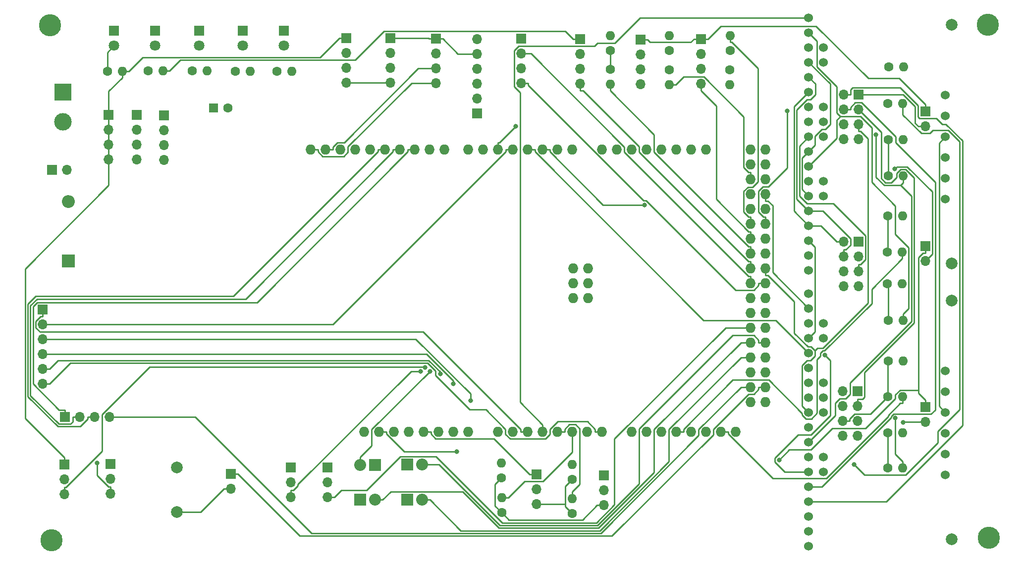
<source format=gbr>
%TF.GenerationSoftware,KiCad,Pcbnew,(5.1.9)-1*%
%TF.CreationDate,2021-04-08T21:07:20+02:00*%
%TF.ProjectId,Ardumower,41726475-6d6f-4776-9572-2e6b69636164,rev?*%
%TF.SameCoordinates,Original*%
%TF.FileFunction,Copper,L2,Bot*%
%TF.FilePolarity,Positive*%
%FSLAX46Y46*%
G04 Gerber Fmt 4.6, Leading zero omitted, Abs format (unit mm)*
G04 Created by KiCad (PCBNEW (5.1.9)-1) date 2021-04-08 21:07:20*
%MOMM*%
%LPD*%
G01*
G04 APERTURE LIST*
%TA.AperFunction,ComponentPad*%
%ADD10O,1.700000X1.700000*%
%TD*%
%TA.AperFunction,ComponentPad*%
%ADD11R,1.700000X1.700000*%
%TD*%
%TA.AperFunction,ComponentPad*%
%ADD12C,3.790000*%
%TD*%
%TA.AperFunction,ComponentPad*%
%ADD13C,2.000000*%
%TD*%
%TA.AperFunction,ComponentPad*%
%ADD14C,1.524000*%
%TD*%
%TA.AperFunction,ComponentPad*%
%ADD15O,1.600000X1.600000*%
%TD*%
%TA.AperFunction,ComponentPad*%
%ADD16C,1.600000*%
%TD*%
%TA.AperFunction,ComponentPad*%
%ADD17O,2.032000X2.032000*%
%TD*%
%TA.AperFunction,ComponentPad*%
%ADD18R,2.032000X2.032000*%
%TD*%
%TA.AperFunction,ComponentPad*%
%ADD19C,1.800000*%
%TD*%
%TA.AperFunction,ComponentPad*%
%ADD20R,1.800000X1.800000*%
%TD*%
%TA.AperFunction,ComponentPad*%
%ADD21O,1.727200X1.727200*%
%TD*%
%TA.AperFunction,ComponentPad*%
%ADD22C,3.000000*%
%TD*%
%TA.AperFunction,ComponentPad*%
%ADD23R,3.000000X3.000000*%
%TD*%
%TA.AperFunction,ComponentPad*%
%ADD24O,2.200000X2.200000*%
%TD*%
%TA.AperFunction,ComponentPad*%
%ADD25R,2.200000X2.200000*%
%TD*%
%TA.AperFunction,ComponentPad*%
%ADD26R,1.600000X1.600000*%
%TD*%
%TA.AperFunction,ViaPad*%
%ADD27C,0.800000*%
%TD*%
%TA.AperFunction,Conductor*%
%ADD28C,0.250000*%
%TD*%
G04 APERTURE END LIST*
D10*
%TO.P,J19,3*%
%TO.N,Net-(J19-Pad3)*%
X139010000Y-121270000D03*
%TO.P,J19,2*%
%TO.N,GND*%
X139010000Y-118730000D03*
D11*
%TO.P,J19,1*%
%TO.N,+5V*%
X139010000Y-116190000D03*
%TD*%
D12*
%TO.P,REF\u002A\u002A,1*%
%TO.N,N/C*%
X44350000Y-39200000D03*
%TD*%
%TO.P,REF2,2*%
%TO.N,N/C*%
X44590000Y-127280000D03*
%TD*%
%TO.P,REF3,3*%
%TO.N,N/C*%
X204760000Y-126830000D03*
%TD*%
%TO.P,REF4,4*%
%TO.N,N/C*%
X204600000Y-39120000D03*
%TD*%
D13*
%TO.P,U2,~*%
%TO.N,N/C*%
X198431500Y-86296500D03*
X198431500Y-127063500D03*
D14*
%TO.P,U2,31*%
X176524000Y-90170000D03*
%TO.P,U2,30*%
X176524000Y-92710000D03*
%TO.P,U2,29*%
X176524000Y-100330000D03*
%TO.P,U2,28*%
X176524000Y-102870000D03*
%TO.P,U2,27*%
X176524000Y-105410000D03*
%TO.P,U2,26*%
X176524000Y-113030000D03*
%TO.P,U2,25*%
X176524000Y-115570000D03*
%TO.P,U2,24*%
%TO.N,Net-(U2-Pad24)*%
X197352000Y-98298000D03*
%TO.P,U2,23*%
%TO.N,Net-(U2-Pad23)*%
X197352000Y-101854000D03*
%TO.P,U2,22*%
%TO.N,+24V*%
X197352000Y-105410000D03*
%TO.P,U2,21*%
%TO.N,GND*%
X197352000Y-108966000D03*
%TO.P,U2,20*%
%TO.N,Net-(U2-Pad20)*%
X197352000Y-112522000D03*
%TO.P,U2,19*%
%TO.N,Net-(U2-Pad19)*%
X197352000Y-116078000D03*
%TO.P,U2,18*%
%TO.N,pinMotorRightSense*%
X173984000Y-85090000D03*
%TO.P,U2,17*%
%TO.N,pinMotorRightFault*%
X173984000Y-87630000D03*
%TO.P,U2,16*%
%TO.N,GND*%
X173984000Y-90170000D03*
%TO.P,U2,15*%
%TO.N,IOREV*%
X173984000Y-92710000D03*
%TO.P,U2,14*%
%TO.N,pinMotorRightPWM*%
X173984000Y-95250000D03*
%TO.P,U2,13*%
%TO.N,pinMotorRightDir*%
X173984000Y-97790000D03*
%TO.P,U2,12*%
%TO.N,Net-(U2-Pad12)*%
X173984000Y-100330000D03*
%TO.P,U2,11*%
%TO.N,Net-(U2-Pad11)*%
X173984000Y-102870000D03*
%TO.P,U2,10*%
%TO.N,pinMotorEnable*%
X173984000Y-105410000D03*
%TO.P,U2,9*%
%TO.N,pinMotorLeftSense*%
X173984000Y-107950000D03*
%TO.P,U2,8*%
%TO.N,pinMotorLeftFault*%
X173984000Y-110490000D03*
%TO.P,U2,7*%
%TO.N,GND*%
X173984000Y-113030000D03*
%TO.P,U2,6*%
%TO.N,IOREV*%
X173984000Y-115570000D03*
%TO.P,U2,5*%
%TO.N,pinMotorLeftPWM*%
X173984000Y-118110000D03*
%TO.P,U2,4*%
%TO.N,pinMotorLeftDir*%
X173984000Y-120650000D03*
%TO.P,U2,3*%
%TO.N,IOREV*%
X173984000Y-123190000D03*
%TO.P,U2,2*%
%TO.N,GND*%
X173984000Y-125730000D03*
%TO.P,U2,1*%
%TO.N,Net-(U2-Pad1)*%
X173984000Y-128270000D03*
%TD*%
D13*
%TO.P,U1,~*%
%TO.N,N/C*%
X198431500Y-39116500D03*
X198431500Y-79883500D03*
D14*
%TO.P,U1,31*%
X176524000Y-42990000D03*
%TO.P,U1,30*%
X176524000Y-45530000D03*
%TO.P,U1,29*%
X176524000Y-53150000D03*
%TO.P,U1,28*%
X176524000Y-55690000D03*
%TO.P,U1,27*%
X176524000Y-58230000D03*
%TO.P,U1,26*%
X176524000Y-65850000D03*
%TO.P,U1,25*%
X176524000Y-68390000D03*
%TO.P,U1,24*%
%TO.N,Net-(U1-Pad24)*%
X197352000Y-51118000D03*
%TO.P,U1,23*%
%TO.N,Net-(U1-Pad23)*%
X197352000Y-54674000D03*
%TO.P,U1,22*%
%TO.N,+24V*%
X197352000Y-58230000D03*
%TO.P,U1,21*%
%TO.N,GND*%
X197352000Y-61786000D03*
%TO.P,U1,20*%
%TO.N,Net-(U1-Pad20)*%
X197352000Y-65342000D03*
%TO.P,U1,19*%
%TO.N,Net-(U1-Pad19)*%
X197352000Y-68898000D03*
%TO.P,U1,18*%
%TO.N,pinMotorMowSense*%
X173984000Y-37910000D03*
%TO.P,U1,17*%
%TO.N,pinMotorMowFault*%
X173984000Y-40450000D03*
%TO.P,U1,16*%
%TO.N,GND*%
X173984000Y-42990000D03*
%TO.P,U1,15*%
%TO.N,IOREV*%
X173984000Y-45530000D03*
%TO.P,U1,14*%
%TO.N,pinMotorMowPWM*%
X173984000Y-48070000D03*
%TO.P,U1,13*%
%TO.N,pinMotorMowDir*%
X173984000Y-50610000D03*
%TO.P,U1,12*%
%TO.N,Net-(U1-Pad12)*%
X173984000Y-53150000D03*
%TO.P,U1,11*%
%TO.N,Net-(U1-Pad11)*%
X173984000Y-55690000D03*
%TO.P,U1,10*%
%TO.N,pinMotorMowEnable*%
X173984000Y-58230000D03*
%TO.P,U1,9*%
%TO.N,IOREV*%
X173984000Y-60770000D03*
%TO.P,U1,8*%
%TO.N,pinMotorMowFault*%
X173984000Y-63310000D03*
%TO.P,U1,7*%
%TO.N,GND*%
X173984000Y-65850000D03*
%TO.P,U1,6*%
%TO.N,IOREV*%
X173984000Y-68390000D03*
%TO.P,U1,5*%
%TO.N,pinMotorMowPWM*%
X173984000Y-70930000D03*
%TO.P,U1,4*%
%TO.N,pinMotorMowDir*%
X173984000Y-73470000D03*
%TO.P,U1,3*%
%TO.N,IOREV*%
X173984000Y-76010000D03*
%TO.P,U1,2*%
%TO.N,GND*%
X173984000Y-78550000D03*
%TO.P,U1,1*%
%TO.N,Net-(U1-Pad1)*%
X173984000Y-81090000D03*
%TD*%
D15*
%TO.P,R28,2*%
%TO.N,pinMotorRightFault*%
X190080000Y-114910000D03*
D16*
%TO.P,R28,1*%
%TO.N,Net-(J28-Pad7)*%
X187540000Y-114910000D03*
%TD*%
D15*
%TO.P,R27,2*%
%TO.N,GND*%
X190080000Y-108880000D03*
D16*
%TO.P,R27,1*%
%TO.N,Net-(J28-Pad7)*%
X187540000Y-108880000D03*
%TD*%
D15*
%TO.P,R26,2*%
%TO.N,pinOdometryRight*%
X190080000Y-102690000D03*
D16*
%TO.P,R26,1*%
%TO.N,Net-(J28-Pad6)*%
X187540000Y-102690000D03*
%TD*%
D15*
%TO.P,R25,2*%
%TO.N,GND*%
X190150000Y-96580000D03*
D16*
%TO.P,R25,1*%
%TO.N,Net-(J28-Pad6)*%
X187610000Y-96580000D03*
%TD*%
D15*
%TO.P,R24,2*%
%TO.N,pinMotorMowFault*%
X190140000Y-89680000D03*
D16*
%TO.P,R24,1*%
%TO.N,Net-(J27-Pad7)*%
X187600000Y-89680000D03*
%TD*%
D15*
%TO.P,R23,2*%
%TO.N,GND*%
X189950000Y-83370000D03*
D16*
%TO.P,R23,1*%
%TO.N,Net-(J27-Pad7)*%
X187410000Y-83370000D03*
%TD*%
D15*
%TO.P,R22,2*%
%TO.N,pinMotorMowRpm*%
X189950000Y-77970000D03*
D16*
%TO.P,R22,1*%
%TO.N,Net-(J27-Pad6)*%
X187410000Y-77970000D03*
%TD*%
D15*
%TO.P,R21,2*%
%TO.N,GND*%
X190040000Y-71750000D03*
D16*
%TO.P,R21,1*%
%TO.N,Net-(J27-Pad6)*%
X187500000Y-71750000D03*
%TD*%
D15*
%TO.P,R20,2*%
%TO.N,pinMotorLeftFault*%
X190140000Y-64970000D03*
D16*
%TO.P,R20,1*%
%TO.N,Net-(J26-Pad7)*%
X187600000Y-64970000D03*
%TD*%
D15*
%TO.P,R19,2*%
%TO.N,GND*%
X190140000Y-58750000D03*
D16*
%TO.P,R19,1*%
%TO.N,Net-(J26-Pad7)*%
X187600000Y-58750000D03*
%TD*%
D15*
%TO.P,R18,2*%
%TO.N,pinOdometryLeft*%
X190050000Y-52530000D03*
D16*
%TO.P,R18,1*%
%TO.N,Net-(J26-Pad6)*%
X187510000Y-52530000D03*
%TD*%
D15*
%TO.P,R17,2*%
%TO.N,GND*%
X190230000Y-46310000D03*
D16*
%TO.P,R17,1*%
%TO.N,Net-(J26-Pad6)*%
X187690000Y-46310000D03*
%TD*%
D10*
%TO.P,JP6,2*%
%TO.N,Net-(J28-Pad1)*%
X193910000Y-107010000D03*
D11*
%TO.P,JP6,1*%
%TO.N,+5V*%
X193910000Y-104470000D03*
%TD*%
D10*
%TO.P,JP5,2*%
%TO.N,Net-(J27-Pad1)*%
X193910000Y-79470000D03*
D11*
%TO.P,JP5,1*%
%TO.N,+5V*%
X193910000Y-76930000D03*
%TD*%
D10*
%TO.P,JP4,2*%
%TO.N,Net-(J26-Pad1)*%
X193910000Y-56480000D03*
D11*
%TO.P,JP4,1*%
%TO.N,+5V*%
X193910000Y-53940000D03*
%TD*%
D10*
%TO.P,J28,8*%
%TO.N,GND*%
X179810000Y-109390000D03*
%TO.P,J28,7*%
%TO.N,Net-(J28-Pad7)*%
X182350000Y-109390000D03*
%TO.P,J28,6*%
%TO.N,Net-(J28-Pad6)*%
X179810000Y-106850000D03*
%TO.P,J28,5*%
%TO.N,pinMotorEnable*%
X182350000Y-106850000D03*
%TO.P,J28,4*%
%TO.N,pinMotorRightPWM*%
X179810000Y-104310000D03*
%TO.P,J28,3*%
%TO.N,MotorBreak*%
X182350000Y-104310000D03*
%TO.P,J28,2*%
%TO.N,pinMotorRightDir*%
X179810000Y-101770000D03*
D11*
%TO.P,J28,1*%
%TO.N,Net-(J28-Pad1)*%
X182350000Y-101770000D03*
%TD*%
D10*
%TO.P,J27,8*%
%TO.N,GND*%
X179970000Y-83840000D03*
%TO.P,J27,7*%
%TO.N,Net-(J27-Pad7)*%
X182510000Y-83840000D03*
%TO.P,J27,6*%
%TO.N,Net-(J27-Pad6)*%
X179970000Y-81300000D03*
%TO.P,J27,5*%
%TO.N,pinMotorMowEnable*%
X182510000Y-81300000D03*
%TO.P,J27,4*%
%TO.N,pinMotorMowPWM*%
X179970000Y-78760000D03*
%TO.P,J27,3*%
%TO.N,MotorMowBreak*%
X182510000Y-78760000D03*
%TO.P,J27,2*%
%TO.N,pinMotorMowDir*%
X179970000Y-76220000D03*
D11*
%TO.P,J27,1*%
%TO.N,Net-(J27-Pad1)*%
X182510000Y-76220000D03*
%TD*%
D10*
%TO.P,J26,8*%
%TO.N,GND*%
X179970000Y-58660000D03*
%TO.P,J26,7*%
%TO.N,Net-(J26-Pad7)*%
X182510000Y-58660000D03*
%TO.P,J26,6*%
%TO.N,Net-(J26-Pad6)*%
X179970000Y-56120000D03*
%TO.P,J26,5*%
%TO.N,pinMotorEnable*%
X182510000Y-56120000D03*
%TO.P,J26,4*%
%TO.N,pinMotorLeftPWM*%
X179970000Y-53580000D03*
%TO.P,J26,3*%
%TO.N,MotorBreak*%
X182510000Y-53580000D03*
%TO.P,J26,2*%
%TO.N,pinMotorLeftDir*%
X179970000Y-51040000D03*
D11*
%TO.P,J26,1*%
%TO.N,Net-(J26-Pad1)*%
X182510000Y-51040000D03*
%TD*%
D17*
%TO.P,J16,2*%
%TO.N,pinUserSwitch1*%
X99830000Y-120340000D03*
D18*
%TO.P,J16,1*%
%TO.N,GND*%
X97290000Y-120340000D03*
%TD*%
D19*
%TO.P,D4,2*%
%TO.N,Net-(D4-Pad2)*%
X69840000Y-42670000D03*
D20*
%TO.P,D4,1*%
%TO.N,GND*%
X69840000Y-40130000D03*
%TD*%
D19*
%TO.P,D2,2*%
%TO.N,Net-(D2-Pad2)*%
X55280000Y-42670000D03*
D20*
%TO.P,D2,1*%
%TO.N,GND*%
X55280000Y-40130000D03*
%TD*%
D17*
%TO.P,J18,2*%
%TO.N,pinUserSwitch3*%
X107910000Y-120310000D03*
D18*
%TO.P,J18,1*%
%TO.N,GND*%
X105370000Y-120310000D03*
%TD*%
D17*
%TO.P,J17,2*%
%TO.N,pinUserSwitch2*%
X107880000Y-114290000D03*
D18*
%TO.P,J17,1*%
%TO.N,GND*%
X105340000Y-114290000D03*
%TD*%
D10*
%TO.P,JP2,2*%
%TO.N,Net-(JP2-Pad2)*%
X75230000Y-118450000D03*
D11*
%TO.P,JP2,1*%
%TO.N,pinBuzzer*%
X75230000Y-115910000D03*
%TD*%
D10*
%TO.P,JP1,2*%
%TO.N,Net-(D1-Pad2)*%
X47250000Y-63950000D03*
D11*
%TO.P,JP1,1*%
%TO.N,Net-(J1-Pad2)*%
X44710000Y-63950000D03*
%TD*%
D10*
%TO.P,J22,4*%
%TO.N,+3V3*%
X54360000Y-62150000D03*
%TO.P,J22,3*%
X54360000Y-59610000D03*
%TO.P,J22,2*%
X54360000Y-57070000D03*
D11*
%TO.P,J22,1*%
X54360000Y-54530000D03*
%TD*%
D10*
%TO.P,J21,6*%
%TO.N,pinVoltageMeasurement*%
X43060000Y-100500000D03*
%TO.P,J21,5*%
%TO.N,pinChargeRelay*%
X43060000Y-97960000D03*
%TO.P,J21,4*%
%TO.N,pinChargeCurrent*%
X43060000Y-95420000D03*
%TO.P,J21,3*%
%TO.N,pinChargeVoltage*%
X43060000Y-92880000D03*
%TO.P,J21,2*%
%TO.N,pinBatterySwitch*%
X43060000Y-90340000D03*
D11*
%TO.P,J21,1*%
%TO.N,pinBatteryVoltage*%
X43060000Y-87800000D03*
%TD*%
D10*
%TO.P,J20,4*%
%TO.N,pinRemoteSwitch*%
X54450000Y-106170000D03*
%TO.P,J20,3*%
%TO.N,pinRemoteMow*%
X51910000Y-106170000D03*
%TO.P,J20,2*%
%TO.N,pinRemoteSteer*%
X49370000Y-106170000D03*
D11*
%TO.P,J20,1*%
%TO.N,pinRemoteSpeed*%
X46830000Y-106170000D03*
%TD*%
D17*
%TO.P,J15,2*%
%TO.N,pinButton*%
X97360000Y-114360000D03*
D18*
%TO.P,J15,1*%
%TO.N,GND*%
X99900000Y-114360000D03*
%TD*%
D10*
%TO.P,J14,6*%
%TO.N,GND*%
X117350000Y-41530000D03*
%TO.P,J14,5*%
%TO.N,+3V3*%
X117350000Y-44070000D03*
%TO.P,J14,4*%
%TO.N,SDA1*%
X117350000Y-46610000D03*
%TO.P,J14,3*%
%TO.N,SCL1*%
X117350000Y-49150000D03*
%TO.P,J14,2*%
%TO.N,Net-(J14-Pad2)*%
X117350000Y-51690000D03*
D11*
%TO.P,J14,1*%
%TO.N,Net-(J14-Pad1)*%
X117350000Y-54230000D03*
%TD*%
D10*
%TO.P,J12,4*%
%TO.N,pinSonarLeftEcho*%
X134910000Y-49180000D03*
%TO.P,J12,3*%
%TO.N,Net-(J12-Pad3)*%
X134910000Y-46640000D03*
%TO.P,J12,2*%
%TO.N,GND*%
X134910000Y-44100000D03*
D11*
%TO.P,J12,1*%
%TO.N,+5V*%
X134910000Y-41560000D03*
%TD*%
D10*
%TO.P,J11,4*%
%TO.N,pinSonarCenterEcho*%
X145220000Y-49230000D03*
%TO.P,J11,3*%
%TO.N,Net-(J11-Pad3)*%
X145220000Y-46690000D03*
%TO.P,J11,2*%
%TO.N,GND*%
X145220000Y-44150000D03*
D11*
%TO.P,J11,1*%
%TO.N,+5V*%
X145220000Y-41610000D03*
%TD*%
D10*
%TO.P,J10,4*%
%TO.N,pinSonarRightEcho*%
X155550000Y-49180000D03*
%TO.P,J10,3*%
%TO.N,Net-(J10-Pad3)*%
X155550000Y-46640000D03*
%TO.P,J10,2*%
%TO.N,GND*%
X155550000Y-44100000D03*
D11*
%TO.P,J10,1*%
%TO.N,+5V*%
X155550000Y-41560000D03*
%TD*%
D10*
%TO.P,J5,4*%
%TO.N,pinBumperLeft*%
X124840000Y-49130000D03*
%TO.P,J5,3*%
%TO.N,GND*%
X124840000Y-46590000D03*
%TO.P,J5,2*%
%TO.N,pinBumperRight*%
X124840000Y-44050000D03*
D11*
%TO.P,J5,1*%
%TO.N,GND*%
X124840000Y-41510000D03*
%TD*%
D10*
%TO.P,J4,4*%
%TO.N,SCL1*%
X110270000Y-49110000D03*
%TO.P,J4,3*%
%TO.N,SDA1*%
X110270000Y-46570000D03*
%TO.P,J4,2*%
%TO.N,GND*%
X110270000Y-44030000D03*
D11*
%TO.P,J4,1*%
%TO.N,+3V3*%
X110270000Y-41490000D03*
%TD*%
D10*
%TO.P,J3,4*%
%TO.N,SCL0*%
X102460000Y-49020000D03*
%TO.P,J3,3*%
%TO.N,SDA0*%
X102460000Y-46480000D03*
%TO.P,J3,2*%
%TO.N,GND*%
X102460000Y-43940000D03*
D11*
%TO.P,J3,1*%
%TO.N,+3V3*%
X102460000Y-41400000D03*
%TD*%
D10*
%TO.P,J2,4*%
%TO.N,SCL0*%
X94930000Y-49030000D03*
%TO.P,J2,3*%
%TO.N,SDA0*%
X94930000Y-46490000D03*
%TO.P,J2,2*%
%TO.N,GND*%
X94930000Y-43950000D03*
D11*
%TO.P,J2,1*%
%TO.N,+3V3*%
X94930000Y-41410000D03*
%TD*%
D10*
%TO.P,J23,4*%
%TO.N,GND*%
X59160000Y-62160000D03*
%TO.P,J23,3*%
X59160000Y-59620000D03*
%TO.P,J23,2*%
X59160000Y-57080000D03*
D11*
%TO.P,J23,1*%
X59160000Y-54540000D03*
%TD*%
D21*
%TO.P,XA1,MISO*%
%TO.N,Net-(XA1-PadMISO)*%
X133737000Y-80730000D03*
%TO.P,XA1,GND6*%
%TO.N,GND*%
X166630000Y-103590000D03*
%TO.P,XA1,GND5*%
X164090000Y-103590000D03*
%TO.P,XA1,D53*%
%TO.N,pinBuzzer*%
X166630000Y-101050000D03*
%TO.P,XA1,D52*%
%TO.N,pinRemoteSwitch*%
X164090000Y-101050000D03*
%TO.P,XA1,D51*%
%TO.N,pinButton*%
X166630000Y-98510000D03*
%TO.P,XA1,D50*%
%TO.N,pinChargeRelay*%
X164090000Y-98510000D03*
%TO.P,XA1,D49*%
%TO.N,Net-(XA1-PadD49)*%
X166630000Y-95970000D03*
%TO.P,XA1,D48*%
%TO.N,pinUserSwitch3*%
X164090000Y-95970000D03*
%TO.P,XA1,D47*%
%TO.N,pinUserSwitch2*%
X166630000Y-93430000D03*
%TO.P,XA1,D46*%
%TO.N,pinUserSwitch1*%
X164090000Y-93430000D03*
%TO.P,XA1,D45*%
%TO.N,pinDropLeft*%
X166630000Y-90890000D03*
%TO.P,XA1,D44*%
%TO.N,pinRain*%
X164090000Y-90890000D03*
%TO.P,XA1,D43*%
%TO.N,pinLawnBackSend*%
X166630000Y-88350000D03*
%TO.P,XA1,D42*%
%TO.N,pinLawnBackRecv*%
X164090000Y-88350000D03*
%TO.P,XA1,D41*%
%TO.N,pinLawnFrontSend*%
X166630000Y-85810000D03*
%TO.P,XA1,D40*%
%TO.N,pinLawnFrontRecv*%
X164090000Y-85810000D03*
%TO.P,XA1,D39*%
%TO.N,pinBumperLeft*%
X166630000Y-83270000D03*
%TO.P,XA1,D38*%
%TO.N,pinBumperRight*%
X164090000Y-83270000D03*
%TO.P,XA1,D37*%
%TO.N,pinMotorEnable*%
X166630000Y-80730000D03*
%TO.P,XA1,D36*%
%TO.N,pinSonarLeftEcho*%
X164090000Y-80730000D03*
%TO.P,XA1,D35*%
%TO.N,pinTilt*%
X166630000Y-78190000D03*
%TO.P,XA1,D34*%
%TO.N,pinSonarLeftTrigger*%
X164090000Y-78190000D03*
%TO.P,XA1,D33*%
%TO.N,pinMotorRightDir*%
X166630000Y-75650000D03*
%TO.P,XA1,D32*%
%TO.N,pinSonarRightEcho*%
X164090000Y-75650000D03*
%TO.P,XA1,D31*%
%TO.N,pinMotorLeftDir*%
X166630000Y-73110000D03*
%TO.P,XA1,D30*%
%TO.N,pinSonarRightTrigger*%
X164090000Y-73110000D03*
%TO.P,XA1,D29*%
%TO.N,pinMotorMowDir*%
X166630000Y-70570000D03*
%TO.P,XA1,D28*%
%TO.N,pinMotorMowEnable*%
X164090000Y-70570000D03*
%TO.P,XA1,D27*%
%TO.N,pinMotorRightFault*%
X166630000Y-68030000D03*
%TO.P,XA1,D26*%
%TO.N,pinMotorMowFault*%
X164090000Y-68030000D03*
%TO.P,XA1,D25*%
%TO.N,pinMotorLeftFault*%
X166630000Y-65490000D03*
%TO.P,XA1,D24*%
%TO.N,pinSonarCenterTrigger*%
X164090000Y-65490000D03*
%TO.P,XA1,D23*%
%TO.N,pinDropRight*%
X166630000Y-62950000D03*
%TO.P,XA1,D22*%
%TO.N,pinSonarCenterEcho*%
X164090000Y-62950000D03*
%TO.P,XA1,5V4*%
%TO.N,Net-(XA1-Pad5V4)*%
X166630000Y-60410000D03*
%TO.P,XA1,5V3*%
%TO.N,Net-(XA1-Pad5V3)*%
X164090000Y-60410000D03*
%TO.P,XA1,CANT*%
%TO.N,pinOdometryRight2*%
X161550000Y-108670000D03*
%TO.P,XA1,CANR*%
%TO.N,pinOdometryRight*%
X159010000Y-108670000D03*
%TO.P,XA1,DAC1*%
%TO.N,pinOdometryLeft2*%
X156470000Y-108670000D03*
%TO.P,XA1,DAC0*%
%TO.N,pinOdometryLeft*%
X153930000Y-108670000D03*
%TO.P,XA1,A11*%
%TO.N,pinMotorMowRpm*%
X151390000Y-108670000D03*
%TO.P,XA1,A10*%
%TO.N,Net-(XA1-PadA10)*%
X148850000Y-108670000D03*
%TO.P,XA1,A9*%
%TO.N,pinChargeVoltage*%
X146310000Y-108670000D03*
%TO.P,XA1,A8*%
%TO.N,pinChargeCurrent*%
X143770000Y-108670000D03*
%TO.P,XA1,A7*%
%TO.N,pinVoltageMeasurement*%
X138690000Y-108670000D03*
%TO.P,XA1,A6*%
%TO.N,pinPerimeterCenter*%
X136150000Y-108670000D03*
%TO.P,XA1,A5*%
%TO.N,pinPerimeterLeft*%
X133610000Y-108670000D03*
%TO.P,XA1,A4*%
%TO.N,pinPerimeterRight*%
X131070000Y-108670000D03*
%TO.P,XA1,A3*%
%TO.N,pinMotorMowSense*%
X128530000Y-108670000D03*
%TO.P,XA1,A2*%
%TO.N,pinBatteryVoltage*%
X125990000Y-108670000D03*
%TO.P,XA1,A1*%
%TO.N,pinMotorLeftSense*%
X123450000Y-108670000D03*
%TO.P,XA1,*%
%TO.N,*%
X98050000Y-108670000D03*
%TO.P,XA1,D11*%
%TO.N,pinRemoteSteer*%
X104146000Y-60410000D03*
%TO.P,XA1,D12*%
%TO.N,pinRemoteMow*%
X101606000Y-60410000D03*
%TO.P,XA1,D13*%
%TO.N,pinLED*%
X99066000Y-60410000D03*
%TO.P,XA1,AREF*%
%TO.N,Net-(C1-Pad2)*%
X93986000Y-60410000D03*
%TO.P,XA1,SDA1*%
%TO.N,SDA1*%
X91446000Y-60410000D03*
%TO.P,XA1,SCL1*%
%TO.N,SCL1*%
X88906000Y-60410000D03*
%TO.P,XA1,D10*%
%TO.N,pinRemoteSpeed*%
X106686000Y-60410000D03*
%TO.P,XA1,D9*%
%TO.N,Net-(XA1-PadD9)*%
X109226000Y-60410000D03*
%TO.P,XA1,D8*%
%TO.N,Net-(XA1-PadD8)*%
X111766000Y-60410000D03*
%TO.P,XA1,GND1*%
%TO.N,GND*%
X96526000Y-60410000D03*
%TO.P,XA1,D7*%
%TO.N,pinRedLED*%
X115830000Y-60410000D03*
%TO.P,XA1,D6*%
%TO.N,pinGreenLED*%
X118370000Y-60410000D03*
%TO.P,XA1,D5*%
%TO.N,pinMotorLeftPWM*%
X120910000Y-60410000D03*
%TO.P,XA1,D4*%
%TO.N,pinBatterySwitch*%
X123450000Y-60410000D03*
%TO.P,XA1,D3*%
%TO.N,pinMotorRightPWM*%
X125990000Y-60410000D03*
%TO.P,XA1,D2*%
%TO.N,pinMotorMowPWM*%
X128530000Y-60410000D03*
%TO.P,XA1,D1*%
%TO.N,TX0*%
X131070000Y-60410000D03*
%TO.P,XA1,D0*%
%TO.N,RX0*%
X133610000Y-60410000D03*
%TO.P,XA1,D14*%
%TO.N,GPS_RX*%
X138690000Y-60410000D03*
%TO.P,XA1,D15*%
%TO.N,GPS_TX*%
X141230000Y-60410000D03*
%TO.P,XA1,D16*%
%TO.N,TX2*%
X143770000Y-60410000D03*
%TO.P,XA1,D17*%
%TO.N,RX2*%
X146310000Y-60410000D03*
%TO.P,XA1,D18*%
%TO.N,TX1*%
X148850000Y-60410000D03*
%TO.P,XA1,D19*%
%TO.N,RX1*%
X151390000Y-60410000D03*
%TO.P,XA1,D20*%
%TO.N,SDA0*%
X153930000Y-60410000D03*
%TO.P,XA1,D21*%
%TO.N,SCL0*%
X156470000Y-60410000D03*
%TO.P,XA1,IORF*%
%TO.N,IOREV*%
X100590000Y-108670000D03*
%TO.P,XA1,RST1*%
%TO.N,Reset*%
X103130000Y-108670000D03*
%TO.P,XA1,3V3*%
%TO.N,+3V3*%
X105670000Y-108670000D03*
%TO.P,XA1,5V1*%
%TO.N,+5V*%
X108210000Y-108670000D03*
%TO.P,XA1,GND2*%
%TO.N,GND*%
X110750000Y-108670000D03*
%TO.P,XA1,GND3*%
X113290000Y-108670000D03*
%TO.P,XA1,VIN*%
%TO.N,+9V*%
X115830000Y-108670000D03*
%TO.P,XA1,A0*%
%TO.N,pinMotorRightSense*%
X120910000Y-108670000D03*
%TO.P,XA1,5V2*%
%TO.N,Net-(XA1-Pad5V2)*%
X136277000Y-80730000D03*
%TO.P,XA1,SCK*%
%TO.N,Net-(XA1-PadSCK)*%
X133737000Y-83270000D03*
%TO.P,XA1,MOSI*%
%TO.N,Net-(XA1-PadMOSI)*%
X136277000Y-83270000D03*
%TO.P,XA1,GND4*%
%TO.N,Net-(XA1-PadGND4)*%
X136277000Y-85810000D03*
%TO.P,XA1,RST2*%
%TO.N,Net-(XA1-PadRST2)*%
X133737000Y-85810000D03*
%TD*%
D13*
%TO.P,SP1,1*%
%TO.N,GND*%
X66040000Y-114800160D03*
%TO.P,SP1,2*%
%TO.N,Net-(JP2-Pad2)*%
X66040000Y-122399840D03*
%TD*%
D15*
%TO.P,R15,2*%
%TO.N,Net-(D6-Pad2)*%
X85670000Y-47080000D03*
D16*
%TO.P,R15,1*%
%TO.N,pinRedLED*%
X83130000Y-47080000D03*
%TD*%
D15*
%TO.P,R14,2*%
%TO.N,Net-(D5-Pad2)*%
X78570000Y-47040000D03*
D16*
%TO.P,R14,1*%
%TO.N,pinGreenLED*%
X76030000Y-47040000D03*
%TD*%
D15*
%TO.P,R13,2*%
%TO.N,Net-(D4-Pad2)*%
X71170000Y-46950000D03*
D16*
%TO.P,R13,1*%
%TO.N,pinLED*%
X68630000Y-46950000D03*
%TD*%
D15*
%TO.P,R12,2*%
%TO.N,+5V*%
X63620000Y-46990000D03*
D16*
%TO.P,R12,1*%
%TO.N,Net-(D3-Pad2)*%
X61080000Y-46990000D03*
%TD*%
D15*
%TO.P,R11,2*%
%TO.N,+3V3*%
X56660000Y-47040000D03*
D16*
%TO.P,R11,1*%
%TO.N,Net-(D2-Pad2)*%
X54120000Y-47040000D03*
%TD*%
D15*
%TO.P,R10,2*%
%TO.N,GND*%
X121490000Y-114020000D03*
D16*
%TO.P,R10,1*%
%TO.N,Net-(J19-Pad3)*%
X121490000Y-116560000D03*
%TD*%
D15*
%TO.P,R9,2*%
%TO.N,pinPerimeterLeft*%
X121520000Y-120000000D03*
D16*
%TO.P,R9,1*%
%TO.N,Net-(J19-Pad3)*%
X121520000Y-122540000D03*
%TD*%
D15*
%TO.P,R8,2*%
%TO.N,GND*%
X133530000Y-114260000D03*
D16*
%TO.P,R8,1*%
%TO.N,Net-(J13-Pad3)*%
X133530000Y-116800000D03*
%TD*%
D15*
%TO.P,R7,2*%
%TO.N,pinPerimeterRight*%
X133530000Y-120100000D03*
D16*
%TO.P,R7,1*%
%TO.N,Net-(J13-Pad3)*%
X133530000Y-122640000D03*
%TD*%
D15*
%TO.P,R6,2*%
%TO.N,GND*%
X160530000Y-49370000D03*
D16*
%TO.P,R6,1*%
%TO.N,Net-(J10-Pad3)*%
X160530000Y-46830000D03*
%TD*%
D15*
%TO.P,R5,2*%
%TO.N,GND*%
X140080000Y-40930000D03*
D16*
%TO.P,R5,1*%
%TO.N,Net-(J12-Pad3)*%
X140080000Y-43470000D03*
%TD*%
D15*
%TO.P,R4,2*%
%TO.N,GND*%
X150160000Y-40970000D03*
D16*
%TO.P,R4,1*%
%TO.N,Net-(J11-Pad3)*%
X150160000Y-43510000D03*
%TD*%
D15*
%TO.P,R3,2*%
%TO.N,pinSonarRightTrigger*%
X160570000Y-40950000D03*
D16*
%TO.P,R3,1*%
%TO.N,Net-(J10-Pad3)*%
X160570000Y-43490000D03*
%TD*%
D15*
%TO.P,R2,2*%
%TO.N,pinSonarLeftTrigger*%
X140090000Y-49270000D03*
D16*
%TO.P,R2,1*%
%TO.N,Net-(J12-Pad3)*%
X140090000Y-46730000D03*
%TD*%
D15*
%TO.P,R1,2*%
%TO.N,pinSonarCenterTrigger*%
X150150000Y-49320000D03*
D16*
%TO.P,R1,1*%
%TO.N,Net-(J11-Pad3)*%
X150150000Y-46780000D03*
%TD*%
D10*
%TO.P,J24,4*%
%TO.N,RX2*%
X63790000Y-62200000D03*
%TO.P,J24,3*%
%TO.N,TX2*%
X63790000Y-59660000D03*
%TO.P,J24,2*%
%TO.N,RX1*%
X63790000Y-57120000D03*
D11*
%TO.P,J24,1*%
%TO.N,TX1*%
X63790000Y-54580000D03*
%TD*%
D10*
%TO.P,J13,3*%
%TO.N,Net-(J13-Pad3)*%
X127500000Y-121100000D03*
%TO.P,J13,2*%
%TO.N,GND*%
X127500000Y-118560000D03*
D11*
%TO.P,J13,1*%
%TO.N,+5V*%
X127500000Y-116020000D03*
%TD*%
D10*
%TO.P,J9,3*%
%TO.N,pinRain*%
X91760000Y-119880000D03*
%TO.P,J9,2*%
%TO.N,GND*%
X91760000Y-117340000D03*
D11*
%TO.P,J9,1*%
%TO.N,+3V3*%
X91760000Y-114800000D03*
%TD*%
D10*
%TO.P,J8,3*%
%TO.N,pinTilt*%
X85510000Y-119870000D03*
%TO.P,J8,2*%
%TO.N,GND*%
X85510000Y-117330000D03*
D11*
%TO.P,J8,1*%
%TO.N,+3V3*%
X85510000Y-114790000D03*
%TD*%
D10*
%TO.P,J7,3*%
%TO.N,pinDropRight*%
X54670000Y-119280000D03*
%TO.P,J7,2*%
%TO.N,GND*%
X54670000Y-116740000D03*
D11*
%TO.P,J7,1*%
%TO.N,+3V3*%
X54670000Y-114200000D03*
%TD*%
D10*
%TO.P,J6,3*%
%TO.N,pinDropLeft*%
X46750000Y-119350000D03*
%TO.P,J6,2*%
%TO.N,GND*%
X46750000Y-116810000D03*
D11*
%TO.P,J6,1*%
%TO.N,+3V3*%
X46750000Y-114270000D03*
%TD*%
D22*
%TO.P,J1,2*%
%TO.N,Net-(J1-Pad2)*%
X46490000Y-55740000D03*
D23*
%TO.P,J1,1*%
%TO.N,GND*%
X46490000Y-50660000D03*
%TD*%
D19*
%TO.P,D6,2*%
%TO.N,Net-(D6-Pad2)*%
X84250000Y-42670000D03*
D20*
%TO.P,D6,1*%
%TO.N,GND*%
X84250000Y-40130000D03*
%TD*%
D19*
%TO.P,D5,2*%
%TO.N,Net-(D5-Pad2)*%
X77230000Y-42620000D03*
D20*
%TO.P,D5,1*%
%TO.N,GND*%
X77230000Y-40080000D03*
%TD*%
D19*
%TO.P,D3,2*%
%TO.N,Net-(D3-Pad2)*%
X62290000Y-42670000D03*
D20*
%TO.P,D3,1*%
%TO.N,GND*%
X62290000Y-40130000D03*
%TD*%
D24*
%TO.P,D1,2*%
%TO.N,Net-(D1-Pad2)*%
X47420000Y-69360000D03*
D25*
%TO.P,D1,1*%
%TO.N,+9V*%
X47420000Y-79520000D03*
%TD*%
D16*
%TO.P,C1,2*%
%TO.N,Net-(C1-Pad2)*%
X74750000Y-53370000D03*
D26*
%TO.P,C1,1*%
%TO.N,GND*%
X72250000Y-53370000D03*
%TD*%
D27*
%TO.N,pinMotorRightFault*%
X188779800Y-106360500D03*
%TO.N,IOREV*%
X176739700Y-95577200D03*
X113830400Y-112123100D03*
%TO.N,pinMotorLeftFault*%
X185498400Y-57889700D03*
%TO.N,pinMotorLeftPWM*%
X123914100Y-56463800D03*
%TO.N,pinMotorLeftDir*%
X170279800Y-53863400D03*
%TO.N,pinMotorMowPWM*%
X145921600Y-69887400D03*
%TO.N,pinOdometryLeft*%
X181702900Y-114283400D03*
%TO.N,pinDropLeft*%
X108448300Y-97677400D03*
%TO.N,pinDropRight*%
X52349500Y-114012700D03*
%TO.N,pinButton*%
X109232000Y-98334400D03*
%TO.N,pinChargeRelay*%
X111004800Y-98770500D03*
%TO.N,pinTilt*%
X107642400Y-98345000D03*
%TO.N,pinChargeVoltage*%
X116173200Y-103400800D03*
%TO.N,pinChargeCurrent*%
X113207300Y-100481400D03*
%TO.N,+5V*%
X168949300Y-113502900D03*
%TO.N,Net-(J27-Pad1)*%
X188725400Y-63738200D03*
%TO.N,Net-(J28-Pad1)*%
X190095500Y-107085800D03*
%TD*%
D28*
%TO.N,SCL1*%
X88906000Y-60410000D02*
X90094900Y-60410000D01*
X90094900Y-60410000D02*
X90094900Y-60781500D01*
X90094900Y-60781500D02*
X90922100Y-61608700D01*
X90922100Y-61608700D02*
X94504400Y-61608700D01*
X94504400Y-61608700D02*
X95256000Y-60857100D01*
X95256000Y-60857100D02*
X95256000Y-59963300D01*
X95256000Y-59963300D02*
X106109300Y-49110000D01*
X106109300Y-49110000D02*
X110270000Y-49110000D01*
%TO.N,SDA1*%
X109094700Y-46570000D02*
X107270300Y-46570000D01*
X107270300Y-46570000D02*
X94619200Y-59221100D01*
X94619200Y-59221100D02*
X93452200Y-59221100D01*
X93452200Y-59221100D02*
X92634900Y-60038400D01*
X92634900Y-60038400D02*
X92634900Y-60410000D01*
X110270000Y-46570000D02*
X109094700Y-46570000D01*
X91446000Y-60410000D02*
X92634900Y-60410000D01*
%TO.N,pinMotorRightFault*%
X190080000Y-114910000D02*
X190080000Y-113784700D01*
X188779800Y-106360500D02*
X188779800Y-112484500D01*
X188779800Y-112484500D02*
X190080000Y-113784700D01*
X166630000Y-68030000D02*
X166630000Y-69218900D01*
X166630000Y-69218900D02*
X167001600Y-69218900D01*
X167001600Y-69218900D02*
X167818900Y-70036200D01*
X167818900Y-70036200D02*
X167818900Y-81464900D01*
X167818900Y-81464900D02*
X173984000Y-87630000D01*
%TO.N,IOREV*%
X173984000Y-115570000D02*
X169927900Y-115570000D01*
X169927900Y-115570000D02*
X168218700Y-113860800D01*
X168218700Y-113860800D02*
X168218700Y-113198500D01*
X168218700Y-113198500D02*
X172197200Y-109220000D01*
X172197200Y-109220000D02*
X174347200Y-109220000D01*
X174347200Y-109220000D02*
X177650000Y-105917200D01*
X177650000Y-105917200D02*
X177650000Y-96487500D01*
X177650000Y-96487500D02*
X176739700Y-95577200D01*
X173984000Y-60770000D02*
X175071400Y-59682600D01*
X175071400Y-59682600D02*
X175071400Y-58135800D01*
X175071400Y-58135800D02*
X176247200Y-56960000D01*
X176247200Y-56960000D02*
X176844100Y-56960000D01*
X176844100Y-56960000D02*
X177646000Y-56158100D01*
X177646000Y-56158100D02*
X177646000Y-49192000D01*
X177646000Y-49192000D02*
X173984000Y-45530000D01*
X173984000Y-68390000D02*
X172846600Y-67252600D01*
X172846600Y-67252600D02*
X172846600Y-61907400D01*
X172846600Y-61907400D02*
X173984000Y-60770000D01*
X173984000Y-92710000D02*
X175073400Y-91620600D01*
X175073400Y-91620600D02*
X175073400Y-77099400D01*
X175073400Y-77099400D02*
X173984000Y-76010000D01*
X101778900Y-108670000D02*
X101778900Y-109041500D01*
X101778900Y-109041500D02*
X104860500Y-112123100D01*
X104860500Y-112123100D02*
X113830400Y-112123100D01*
X100590000Y-108670000D02*
X101778900Y-108670000D01*
%TO.N,pinMotorRightPWM*%
X125990000Y-60410000D02*
X127178900Y-60410000D01*
X127178900Y-60410000D02*
X127178900Y-60781500D01*
X127178900Y-60781500D02*
X156017400Y-89620000D01*
X156017400Y-89620000D02*
X168354000Y-89620000D01*
X168354000Y-89620000D02*
X173984000Y-95250000D01*
%TO.N,pinMotorEnable*%
X182510000Y-57295300D02*
X182877300Y-57295300D01*
X182877300Y-57295300D02*
X184141500Y-58559500D01*
X184141500Y-58559500D02*
X184141500Y-86672700D01*
X184141500Y-86672700D02*
X176412600Y-94401600D01*
X176412600Y-94401600D02*
X175457000Y-94401600D01*
X175457000Y-94401600D02*
X175075400Y-94783200D01*
X175075400Y-94783200D02*
X175075400Y-95746300D01*
X175075400Y-95746300D02*
X174301700Y-96520000D01*
X174301700Y-96520000D02*
X173712700Y-96520000D01*
X173712700Y-96520000D02*
X172882100Y-97350600D01*
X172882100Y-97350600D02*
X172882100Y-104308100D01*
X172882100Y-104308100D02*
X173984000Y-105410000D01*
X166630000Y-81918900D02*
X167033300Y-81918900D01*
X167033300Y-81918900D02*
X171540100Y-86425700D01*
X171540100Y-86425700D02*
X171540100Y-91828600D01*
X171540100Y-91828600D02*
X173827100Y-94115600D01*
X173827100Y-94115600D02*
X174407800Y-94115600D01*
X174407800Y-94115600D02*
X175075400Y-94783200D01*
X182510000Y-56120000D02*
X182510000Y-57295300D01*
X166630000Y-80730000D02*
X166630000Y-81918900D01*
%TO.N,pinMotorLeftFault*%
X189684200Y-66551100D02*
X186904500Y-66551100D01*
X186904500Y-66551100D02*
X185498400Y-65145000D01*
X185498400Y-65145000D02*
X185498400Y-57889700D01*
X189684200Y-66551100D02*
X191572700Y-68439600D01*
X191572700Y-68439600D02*
X191572700Y-89838900D01*
X191572700Y-89838900D02*
X181080000Y-100331600D01*
X181080000Y-100331600D02*
X181080000Y-102248300D01*
X181080000Y-102248300D02*
X180288300Y-103040000D01*
X180288300Y-103040000D02*
X179312600Y-103040000D01*
X179312600Y-103040000D02*
X178526800Y-103825800D01*
X178526800Y-103825800D02*
X178526800Y-105947200D01*
X178526800Y-105947200D02*
X173984000Y-110490000D01*
X190140000Y-66095300D02*
X189684200Y-66551100D01*
X190140000Y-64970000D02*
X190140000Y-66095300D01*
%TO.N,pinMotorLeftPWM*%
X173984000Y-118110000D02*
X176213400Y-118110000D01*
X176213400Y-118110000D02*
X188054500Y-106268900D01*
X188054500Y-106268900D02*
X188054500Y-106060100D01*
X188054500Y-106060100D02*
X188479400Y-105635200D01*
X188479400Y-105635200D02*
X189080300Y-105635200D01*
X189080300Y-105635200D02*
X189090500Y-105645400D01*
X189090500Y-105645400D02*
X194896300Y-105645400D01*
X194896300Y-105645400D02*
X195588200Y-104953500D01*
X195588200Y-104953500D02*
X195588200Y-65998400D01*
X195588200Y-65998400D02*
X188870000Y-59280200D01*
X188870000Y-59280200D02*
X188870000Y-58272900D01*
X188870000Y-58272900D02*
X183001800Y-52404700D01*
X183001800Y-52404700D02*
X181953200Y-52404700D01*
X181953200Y-52404700D02*
X181145300Y-53212600D01*
X181145300Y-53212600D02*
X181145300Y-53580000D01*
X120910000Y-60410000D02*
X120910000Y-59221100D01*
X120910000Y-59221100D02*
X121156800Y-59221100D01*
X121156800Y-59221100D02*
X123914100Y-56463800D01*
X179970000Y-53580000D02*
X181145300Y-53580000D01*
%TO.N,pinMotorLeftDir*%
X166630000Y-73110000D02*
X166630000Y-71921100D01*
X166630000Y-71921100D02*
X166258500Y-71921100D01*
X166258500Y-71921100D02*
X165424500Y-71087100D01*
X165424500Y-71087100D02*
X165424500Y-67538600D01*
X165424500Y-67538600D02*
X166203100Y-66760000D01*
X166203100Y-66760000D02*
X167112100Y-66760000D01*
X167112100Y-66760000D02*
X170279800Y-63592300D01*
X170279800Y-63592300D02*
X170279800Y-53863400D01*
X173984000Y-120650000D02*
X187231700Y-120650000D01*
X187231700Y-120650000D02*
X200255600Y-107626100D01*
X200255600Y-107626100D02*
X200255600Y-58912800D01*
X200255600Y-58912800D02*
X197437500Y-56094700D01*
X197437500Y-56094700D02*
X196800500Y-56094700D01*
X196800500Y-56094700D02*
X195821500Y-55115700D01*
X195821500Y-55115700D02*
X192924700Y-55115700D01*
X192924700Y-55115700D02*
X192641500Y-54832500D01*
X192641500Y-54832500D02*
X192641500Y-52879300D01*
X192641500Y-52879300D02*
X189626900Y-49864700D01*
X189626900Y-49864700D02*
X181512500Y-49864700D01*
X181512500Y-49864700D02*
X181145300Y-50231900D01*
X181145300Y-50231900D02*
X181145300Y-51040000D01*
X179970000Y-51040000D02*
X181145300Y-51040000D01*
%TO.N,pinMotorMowSense*%
X128530000Y-108670000D02*
X128530000Y-107481100D01*
X128530000Y-107481100D02*
X124639500Y-103590600D01*
X124639500Y-103590600D02*
X124639500Y-50687700D01*
X124639500Y-50687700D02*
X123656300Y-49704500D01*
X123656300Y-49704500D02*
X123656300Y-43525600D01*
X123656300Y-43525600D02*
X124446500Y-42735400D01*
X124446500Y-42735400D02*
X137385300Y-42735400D01*
X137385300Y-42735400D02*
X137920700Y-42200000D01*
X137920700Y-42200000D02*
X140859600Y-42200000D01*
X140859600Y-42200000D02*
X145149600Y-37910000D01*
X145149600Y-37910000D02*
X173984000Y-37910000D01*
%TO.N,pinMotorMowFault*%
X173984000Y-40450000D02*
X175432100Y-41898100D01*
X175432100Y-41898100D02*
X175432100Y-46336600D01*
X175432100Y-46336600D02*
X178774800Y-49679300D01*
X178774800Y-49679300D02*
X178774800Y-54137600D01*
X178774800Y-54137600D02*
X179413500Y-54776300D01*
X179413500Y-54776300D02*
X182829100Y-54776300D01*
X182829100Y-54776300D02*
X184760700Y-56707900D01*
X184760700Y-56707900D02*
X184760700Y-66051800D01*
X184760700Y-66051800D02*
X188770000Y-70061100D01*
X188770000Y-70061100D02*
X188770000Y-74897200D01*
X188770000Y-74897200D02*
X191096300Y-77223500D01*
X191096300Y-77223500D02*
X191096300Y-87598400D01*
X191096300Y-87598400D02*
X190140000Y-88554700D01*
X173984000Y-63310000D02*
X178774800Y-58519200D01*
X178774800Y-58519200D02*
X178774800Y-55415000D01*
X178774800Y-55415000D02*
X179413500Y-54776300D01*
X190140000Y-89680000D02*
X190140000Y-88554700D01*
%TO.N,pinMotorMowPWM*%
X173984000Y-70930000D02*
X176371100Y-70930000D01*
X176371100Y-70930000D02*
X181145300Y-75704200D01*
X181145300Y-75704200D02*
X181145300Y-76776800D01*
X181145300Y-76776800D02*
X180337400Y-77584700D01*
X180337400Y-77584700D02*
X179970000Y-77584700D01*
X173984000Y-48070000D02*
X175119600Y-49205600D01*
X175119600Y-49205600D02*
X175119600Y-51061300D01*
X175119600Y-51061300D02*
X174300900Y-51880000D01*
X174300900Y-51880000D02*
X173707200Y-51880000D01*
X173707200Y-51880000D02*
X171945900Y-53641300D01*
X171945900Y-53641300D02*
X171945900Y-68891900D01*
X171945900Y-68891900D02*
X173984000Y-70930000D01*
X179970000Y-78760000D02*
X179970000Y-77584700D01*
X128530000Y-60410000D02*
X129718900Y-60410000D01*
X129718900Y-60410000D02*
X129718900Y-60781500D01*
X129718900Y-60781500D02*
X138824800Y-69887400D01*
X138824800Y-69887400D02*
X145921600Y-69887400D01*
%TO.N,pinMotorMowDir*%
X173984000Y-50610000D02*
X171495600Y-53098400D01*
X171495600Y-53098400D02*
X171495600Y-70981600D01*
X171495600Y-70981600D02*
X173984000Y-73470000D01*
X179970000Y-76220000D02*
X178794700Y-76220000D01*
X173984000Y-73470000D02*
X176044700Y-73470000D01*
X176044700Y-73470000D02*
X178794700Y-76220000D01*
%TO.N,pinMotorMowEnable*%
X182510000Y-81300000D02*
X182510000Y-80124700D01*
X173984000Y-58230000D02*
X172396200Y-59817800D01*
X172396200Y-59817800D02*
X172396200Y-68372200D01*
X172396200Y-68372200D02*
X173684000Y-69660000D01*
X173684000Y-69660000D02*
X178165200Y-69660000D01*
X178165200Y-69660000D02*
X183691200Y-75186000D01*
X183691200Y-75186000D02*
X183691200Y-79248100D01*
X183691200Y-79248100D02*
X182814600Y-80124700D01*
X182814600Y-80124700D02*
X182510000Y-80124700D01*
%TO.N,pinOdometryRight*%
X190080000Y-102690000D02*
X190080000Y-103815300D01*
X159010000Y-108670000D02*
X160198900Y-108670000D01*
X160198900Y-108670000D02*
X160198900Y-109041500D01*
X160198900Y-109041500D02*
X167827800Y-116670400D01*
X167827800Y-116670400D02*
X177016100Y-116670400D01*
X177016100Y-116670400D02*
X187585100Y-106101400D01*
X187585100Y-106101400D02*
X187585100Y-105872300D01*
X187585100Y-105872300D02*
X189642100Y-103815300D01*
X189642100Y-103815300D02*
X190080000Y-103815300D01*
%TO.N,pinOdometryLeft*%
X190050000Y-52530000D02*
X190050000Y-54486100D01*
X190050000Y-54486100D02*
X193241700Y-57677800D01*
X193241700Y-57677800D02*
X194689500Y-57677800D01*
X194689500Y-57677800D02*
X195225000Y-57142300D01*
X195225000Y-57142300D02*
X197848200Y-57142300D01*
X197848200Y-57142300D02*
X199805300Y-59099400D01*
X199805300Y-59099400D02*
X199805300Y-104889600D01*
X199805300Y-104889600D02*
X196039500Y-108655400D01*
X196039500Y-108655400D02*
X196039500Y-110567700D01*
X196039500Y-110567700D02*
X190521500Y-116085700D01*
X190521500Y-116085700D02*
X183505200Y-116085700D01*
X183505200Y-116085700D02*
X181702900Y-114283400D01*
%TO.N,+24V*%
X197352000Y-58230000D02*
X196264600Y-59317400D01*
X196264600Y-59317400D02*
X196264600Y-104322600D01*
X196264600Y-104322600D02*
X197352000Y-105410000D01*
%TO.N,pinDropLeft*%
X46750000Y-118174700D02*
X47047600Y-118174700D01*
X47047600Y-118174700D02*
X53180000Y-112042300D01*
X53180000Y-112042300D02*
X53180000Y-105775800D01*
X53180000Y-105775800D02*
X61339600Y-97616200D01*
X61339600Y-97616200D02*
X108387100Y-97616200D01*
X108387100Y-97616200D02*
X108448300Y-97677400D01*
X46750000Y-119350000D02*
X46750000Y-118174700D01*
%TO.N,pinBumperLeft*%
X165441100Y-83270000D02*
X165441100Y-83641500D01*
X165441100Y-83641500D02*
X164622000Y-84460600D01*
X164622000Y-84460600D02*
X161520600Y-84460600D01*
X161520600Y-84460600D02*
X146222100Y-69162100D01*
X146222100Y-69162100D02*
X145753600Y-69162100D01*
X145753600Y-69162100D02*
X126015300Y-49423800D01*
X126015300Y-49423800D02*
X126015300Y-49130000D01*
X124840000Y-49130000D02*
X126015300Y-49130000D01*
X166630000Y-83270000D02*
X165441100Y-83270000D01*
%TO.N,pinBumperRight*%
X164090000Y-83270000D02*
X164090000Y-82081100D01*
X164090000Y-82081100D02*
X163718500Y-82081100D01*
X163718500Y-82081100D02*
X142500000Y-60862600D01*
X142500000Y-60862600D02*
X142500000Y-59978200D01*
X142500000Y-59978200D02*
X126571800Y-44050000D01*
X126571800Y-44050000D02*
X124840000Y-44050000D01*
%TO.N,pinDropRight*%
X54670000Y-118104700D02*
X54302700Y-118104700D01*
X54302700Y-118104700D02*
X52349500Y-116151500D01*
X52349500Y-116151500D02*
X52349500Y-114012700D01*
X54670000Y-119280000D02*
X54670000Y-118104700D01*
%TO.N,pinBuzzer*%
X76405300Y-115910000D02*
X86999300Y-126504000D01*
X86999300Y-126504000D02*
X140365800Y-126504000D01*
X140365800Y-126504000D02*
X157675900Y-109193900D01*
X157675900Y-109193900D02*
X157675900Y-108313000D01*
X157675900Y-108313000D02*
X163750000Y-102238900D01*
X163750000Y-102238900D02*
X164623800Y-102238900D01*
X164623800Y-102238900D02*
X165441100Y-101421600D01*
X165441100Y-101421600D02*
X165441100Y-101050000D01*
X75230000Y-115910000D02*
X76405300Y-115910000D01*
X166630000Y-101050000D02*
X165441100Y-101050000D01*
%TO.N,pinRemoteSwitch*%
X54450000Y-106170000D02*
X69158900Y-106170000D01*
X69158900Y-106170000D02*
X89042600Y-126053700D01*
X89042600Y-126053700D02*
X138457500Y-126053700D01*
X138457500Y-126053700D02*
X155200000Y-109311200D01*
X155200000Y-109311200D02*
X155200000Y-108253100D01*
X155200000Y-108253100D02*
X162403100Y-101050000D01*
X162403100Y-101050000D02*
X164090000Y-101050000D01*
%TO.N,pinButton*%
X97360000Y-113018700D02*
X99320000Y-111058700D01*
X99320000Y-111058700D02*
X99320000Y-108246400D01*
X99320000Y-108246400D02*
X109232000Y-98334400D01*
X97360000Y-114360000D02*
X97360000Y-113018700D01*
%TO.N,pinChargeRelay*%
X111004800Y-98770500D02*
X111004800Y-98430000D01*
X111004800Y-98430000D02*
X109054900Y-96480100D01*
X109054900Y-96480100D02*
X45715200Y-96480100D01*
X45715200Y-96480100D02*
X44235300Y-97960000D01*
X43060000Y-97960000D02*
X44235300Y-97960000D01*
%TO.N,pinUserSwitch3*%
X109251300Y-120310000D02*
X114544700Y-125603400D01*
X114544700Y-125603400D02*
X138270900Y-125603400D01*
X138270900Y-125603400D02*
X150120000Y-113754300D01*
X150120000Y-113754300D02*
X150120000Y-108248200D01*
X150120000Y-108248200D02*
X162398200Y-95970000D01*
X162398200Y-95970000D02*
X164090000Y-95970000D01*
X107910000Y-120310000D02*
X109251300Y-120310000D01*
%TO.N,pinUserSwitch2*%
X109221300Y-114290000D02*
X110811500Y-114290000D01*
X110811500Y-114290000D02*
X121224300Y-124702800D01*
X121224300Y-124702800D02*
X137897700Y-124702800D01*
X137897700Y-124702800D02*
X145040000Y-117560500D01*
X145040000Y-117560500D02*
X145040000Y-108227000D01*
X145040000Y-108227000D02*
X161041400Y-92225600D01*
X161041400Y-92225600D02*
X164607900Y-92225600D01*
X164607900Y-92225600D02*
X165441100Y-93058800D01*
X165441100Y-93058800D02*
X165441100Y-93430000D01*
X107880000Y-114290000D02*
X109221300Y-114290000D01*
X166630000Y-93430000D02*
X165441100Y-93430000D01*
%TO.N,pinUserSwitch1*%
X101171300Y-120340000D02*
X102542700Y-118968600D01*
X102542700Y-118968600D02*
X114853200Y-118968600D01*
X114853200Y-118968600D02*
X121037700Y-125153100D01*
X121037700Y-125153100D02*
X138084300Y-125153100D01*
X138084300Y-125153100D02*
X147580000Y-115657400D01*
X147580000Y-115657400D02*
X147580000Y-108255000D01*
X147580000Y-108255000D02*
X162405000Y-93430000D01*
X162405000Y-93430000D02*
X164090000Y-93430000D01*
X99830000Y-120340000D02*
X101171300Y-120340000D01*
%TO.N,pinRain*%
X91760000Y-119880000D02*
X92935300Y-119880000D01*
X164090000Y-90890000D02*
X159791400Y-90890000D01*
X159791400Y-90890000D02*
X140793900Y-109887500D01*
X140793900Y-109887500D02*
X140793900Y-121169700D01*
X140793900Y-121169700D02*
X137711100Y-124252500D01*
X137711100Y-124252500D02*
X121641000Y-124252500D01*
X121641000Y-124252500D02*
X110308800Y-112920300D01*
X110308800Y-112920300D02*
X104211700Y-112920300D01*
X104211700Y-112920300D02*
X98427300Y-118704700D01*
X98427300Y-118704700D02*
X94110600Y-118704700D01*
X94110600Y-118704700D02*
X92935300Y-119880000D01*
%TO.N,pinSonarLeftEcho*%
X134910000Y-49180000D02*
X134910000Y-50355300D01*
X164090000Y-80730000D02*
X164090000Y-79541100D01*
X164090000Y-79541100D02*
X163718500Y-79541100D01*
X163718500Y-79541100D02*
X145040000Y-60862600D01*
X145040000Y-60862600D02*
X145040000Y-59971100D01*
X145040000Y-59971100D02*
X135424200Y-50355300D01*
X135424200Y-50355300D02*
X134910000Y-50355300D01*
%TO.N,pinTilt*%
X85510000Y-118694700D02*
X85922000Y-118694700D01*
X85922000Y-118694700D02*
X86685300Y-117931400D01*
X86685300Y-117931400D02*
X86685300Y-117676800D01*
X86685300Y-117676800D02*
X106017100Y-98345000D01*
X106017100Y-98345000D02*
X107642400Y-98345000D01*
X85510000Y-119870000D02*
X85510000Y-118694700D01*
%TO.N,pinSonarLeftTrigger*%
X140090000Y-49270000D02*
X140090000Y-50395300D01*
X164090000Y-78190000D02*
X164090000Y-77001100D01*
X164090000Y-77001100D02*
X163718500Y-77001100D01*
X163718500Y-77001100D02*
X147580000Y-60862600D01*
X147580000Y-60862600D02*
X147580000Y-57885300D01*
X147580000Y-57885300D02*
X140090000Y-50395300D01*
%TO.N,pinSonarRightEcho*%
X155550000Y-49180000D02*
X155550000Y-50355300D01*
X164090000Y-75650000D02*
X164090000Y-74461100D01*
X164090000Y-74461100D02*
X163718500Y-74461100D01*
X163718500Y-74461100D02*
X158172800Y-68915400D01*
X158172800Y-68915400D02*
X158172800Y-52978100D01*
X158172800Y-52978100D02*
X155550000Y-50355300D01*
%TO.N,pinSonarRightTrigger*%
X160570000Y-40950000D02*
X160570000Y-42075300D01*
X164090000Y-73110000D02*
X164090000Y-71921100D01*
X164090000Y-71921100D02*
X163718500Y-71921100D01*
X163718500Y-71921100D02*
X162888100Y-71090700D01*
X162888100Y-71090700D02*
X162888100Y-67550300D01*
X162888100Y-67550300D02*
X163597300Y-66841100D01*
X163597300Y-66841100D02*
X164421300Y-66841100D01*
X164421300Y-66841100D02*
X165314400Y-65948000D01*
X165314400Y-65948000D02*
X165314400Y-46538400D01*
X165314400Y-46538400D02*
X160851300Y-42075300D01*
X160851300Y-42075300D02*
X160570000Y-42075300D01*
%TO.N,pinSonarCenterTrigger*%
X150150000Y-49320000D02*
X151275300Y-49320000D01*
X164090000Y-65490000D02*
X164090000Y-64301100D01*
X164090000Y-64301100D02*
X163718400Y-64301100D01*
X163718400Y-64301100D02*
X162901100Y-63483800D01*
X162901100Y-63483800D02*
X162901100Y-54842600D01*
X162901100Y-54842600D02*
X156056600Y-47998100D01*
X156056600Y-47998100D02*
X152597200Y-47998100D01*
X152597200Y-47998100D02*
X151275300Y-49320000D01*
%TO.N,pinChargeVoltage*%
X116173200Y-103400800D02*
X116173200Y-102223000D01*
X116173200Y-102223000D02*
X106830200Y-92880000D01*
X106830200Y-92880000D02*
X43060000Y-92880000D01*
%TO.N,pinChargeCurrent*%
X113207300Y-100481400D02*
X113207300Y-99941100D01*
X113207300Y-99941100D02*
X108686200Y-95420000D01*
X108686200Y-95420000D02*
X44235300Y-95420000D01*
X43060000Y-95420000D02*
X44235300Y-95420000D01*
%TO.N,pinVoltageMeasurement*%
X43060000Y-100500000D02*
X44235300Y-100500000D01*
X138690000Y-108670000D02*
X137501100Y-108670000D01*
X137501100Y-108670000D02*
X137501100Y-108298500D01*
X137501100Y-108298500D02*
X136156200Y-106953600D01*
X136156200Y-106953600D02*
X131101400Y-106953600D01*
X131101400Y-106953600D02*
X129800000Y-108255000D01*
X129800000Y-108255000D02*
X129800000Y-109082800D01*
X129800000Y-109082800D02*
X128975200Y-109907600D01*
X128975200Y-109907600D02*
X122975900Y-109907600D01*
X122975900Y-109907600D02*
X122180000Y-109111700D01*
X122180000Y-109111700D02*
X122180000Y-108243100D01*
X122180000Y-108243100D02*
X118822400Y-104885500D01*
X118822400Y-104885500D02*
X116064500Y-104885500D01*
X116064500Y-104885500D02*
X110214800Y-99035800D01*
X110214800Y-99035800D02*
X110214800Y-98276900D01*
X110214800Y-98276900D02*
X108868400Y-96930500D01*
X108868400Y-96930500D02*
X47804800Y-96930500D01*
X47804800Y-96930500D02*
X44235300Y-100500000D01*
%TO.N,pinPerimeterLeft*%
X122645300Y-120000000D02*
X125449900Y-117195400D01*
X125449900Y-117195400D02*
X128556300Y-117195400D01*
X128556300Y-117195400D02*
X133610000Y-112141700D01*
X133610000Y-112141700D02*
X133610000Y-108670000D01*
X121520000Y-120000000D02*
X122645300Y-120000000D01*
%TO.N,pinPerimeterRight*%
X133530000Y-120100000D02*
X133530000Y-118974700D01*
X131070000Y-108670000D02*
X132258900Y-108670000D01*
X132258900Y-108670000D02*
X132258900Y-108298500D01*
X132258900Y-108298500D02*
X133086600Y-107470800D01*
X133086600Y-107470800D02*
X134119200Y-107470800D01*
X134119200Y-107470800D02*
X134817200Y-108168800D01*
X134817200Y-108168800D02*
X134817200Y-117687500D01*
X134817200Y-117687500D02*
X133530000Y-118974700D01*
%TO.N,pinBatteryVoltage*%
X43060000Y-87800000D02*
X43060000Y-88975300D01*
X125990000Y-108670000D02*
X124801100Y-108670000D01*
X124801100Y-108670000D02*
X124801100Y-108298500D01*
X124801100Y-108298500D02*
X108112600Y-91610000D01*
X108112600Y-91610000D02*
X42600100Y-91610000D01*
X42600100Y-91610000D02*
X41884700Y-90894600D01*
X41884700Y-90894600D02*
X41884700Y-89783200D01*
X41884700Y-89783200D02*
X42692600Y-88975300D01*
X42692600Y-88975300D02*
X43060000Y-88975300D01*
%TO.N,pinRemoteSteer*%
X102957100Y-60410000D02*
X102957100Y-60781600D01*
X102957100Y-60781600D02*
X77762800Y-85975900D01*
X77762800Y-85975900D02*
X42087000Y-85975900D01*
X42087000Y-85975900D02*
X40976700Y-87086200D01*
X40976700Y-87086200D02*
X40976700Y-102488200D01*
X40976700Y-102488200D02*
X45833800Y-107345300D01*
X45833800Y-107345300D02*
X47827500Y-107345300D01*
X47827500Y-107345300D02*
X48194700Y-106978100D01*
X48194700Y-106978100D02*
X48194700Y-106170000D01*
X49370000Y-106170000D02*
X48194700Y-106170000D01*
X104146000Y-60410000D02*
X102957100Y-60410000D01*
%TO.N,pinRemoteMow*%
X100417100Y-60410000D02*
X100417100Y-60781500D01*
X100417100Y-60781500D02*
X75684600Y-85514000D01*
X75684600Y-85514000D02*
X41900400Y-85514000D01*
X41900400Y-85514000D02*
X40526400Y-86888000D01*
X40526400Y-86888000D02*
X40526400Y-102674800D01*
X40526400Y-102674800D02*
X45647200Y-107795600D01*
X45647200Y-107795600D02*
X49476500Y-107795600D01*
X49476500Y-107795600D02*
X50734700Y-106537400D01*
X50734700Y-106537400D02*
X50734700Y-106170000D01*
X51910000Y-106170000D02*
X50734700Y-106170000D01*
X101606000Y-60410000D02*
X100417100Y-60410000D01*
%TO.N,pinRemoteSpeed*%
X105497100Y-60410000D02*
X105497100Y-60781500D01*
X105497100Y-60781500D02*
X79705000Y-86573600D01*
X79705000Y-86573600D02*
X42126300Y-86573600D01*
X42126300Y-86573600D02*
X41427000Y-87272900D01*
X41427000Y-87272900D02*
X41427000Y-100529300D01*
X41427000Y-100529300D02*
X45892400Y-104994700D01*
X45892400Y-104994700D02*
X46830000Y-104994700D01*
X46830000Y-106170000D02*
X46830000Y-104994700D01*
X106686000Y-60410000D02*
X105497100Y-60410000D01*
%TO.N,pinBatterySwitch*%
X122261100Y-60410000D02*
X122261100Y-60781500D01*
X122261100Y-60781500D02*
X92702600Y-90340000D01*
X92702600Y-90340000D02*
X44235300Y-90340000D01*
X43060000Y-90340000D02*
X44235300Y-90340000D01*
X123450000Y-60410000D02*
X122261100Y-60410000D01*
%TO.N,SCL0*%
X94930000Y-49030000D02*
X96105300Y-49030000D01*
X102460000Y-49020000D02*
X96115300Y-49020000D01*
X96115300Y-49020000D02*
X96105300Y-49030000D01*
%TO.N,+5V*%
X127500000Y-116020000D02*
X126324700Y-116020000D01*
X108210000Y-108670000D02*
X109398900Y-108670000D01*
X109398900Y-108670000D02*
X109398900Y-109041600D01*
X109398900Y-109041600D02*
X110216200Y-109858900D01*
X110216200Y-109858900D02*
X120163600Y-109858900D01*
X120163600Y-109858900D02*
X126324700Y-116020000D01*
X155550000Y-41560000D02*
X156725300Y-41560000D01*
X193910000Y-53940000D02*
X193910000Y-52764700D01*
X193910000Y-52764700D02*
X189431600Y-48286300D01*
X189431600Y-48286300D02*
X184194700Y-48286300D01*
X184194700Y-48286300D02*
X175264500Y-39356100D01*
X175264500Y-39356100D02*
X158929200Y-39356100D01*
X158929200Y-39356100D02*
X156725300Y-41560000D01*
X63620000Y-46990000D02*
X64745300Y-46990000D01*
X134910000Y-41560000D02*
X133734700Y-41560000D01*
X133734700Y-41560000D02*
X132399300Y-40224600D01*
X132399300Y-40224600D02*
X101413900Y-40224600D01*
X101413900Y-40224600D02*
X96487400Y-45151100D01*
X96487400Y-45151100D02*
X66584200Y-45151100D01*
X66584200Y-45151100D02*
X64745300Y-46990000D01*
X192734700Y-101554900D02*
X192734700Y-102119400D01*
X192734700Y-102119400D02*
X193910000Y-103294700D01*
X193910000Y-78105300D02*
X193542700Y-78105300D01*
X193542700Y-78105300D02*
X192734700Y-78913300D01*
X192734700Y-78913300D02*
X192734700Y-101554900D01*
X168949300Y-113502900D02*
X170692200Y-111760000D01*
X170692200Y-111760000D02*
X174339000Y-111760000D01*
X174339000Y-111760000D02*
X177979000Y-108120000D01*
X177979000Y-108120000D02*
X183707500Y-108120000D01*
X183707500Y-108120000D02*
X188810000Y-103017500D01*
X188810000Y-103017500D02*
X188810000Y-102342900D01*
X188810000Y-102342900D02*
X189598000Y-101554900D01*
X189598000Y-101554900D02*
X192734700Y-101554900D01*
X155550000Y-41560000D02*
X154374700Y-41560000D01*
X145220000Y-41610000D02*
X146395300Y-41610000D01*
X146395300Y-41610000D02*
X146890900Y-42105600D01*
X146890900Y-42105600D02*
X153829100Y-42105600D01*
X153829100Y-42105600D02*
X154374700Y-41560000D01*
X193910000Y-104470000D02*
X193910000Y-103294700D01*
X193910000Y-76930000D02*
X193910000Y-78105300D01*
%TO.N,pinMotorMowRpm*%
X189950000Y-79095300D02*
X184760400Y-84284900D01*
X184760400Y-84284900D02*
X184760400Y-86749300D01*
X184760400Y-86749300D02*
X176657800Y-94851900D01*
X176657800Y-94851900D02*
X176439300Y-94851900D01*
X176439300Y-94851900D02*
X176014400Y-95276800D01*
X176014400Y-95276800D02*
X176014400Y-95713900D01*
X176014400Y-95713900D02*
X175415100Y-96313200D01*
X175415100Y-96313200D02*
X175415100Y-105518700D01*
X175415100Y-105518700D02*
X174425500Y-106508300D01*
X174425500Y-106508300D02*
X173543300Y-106508300D01*
X173543300Y-106508300D02*
X172882300Y-105847300D01*
X172882300Y-105847300D02*
X172882300Y-105546500D01*
X172882300Y-105546500D02*
X167188200Y-99852400D01*
X167188200Y-99852400D02*
X161025000Y-99852400D01*
X161025000Y-99852400D02*
X152578900Y-108298500D01*
X152578900Y-108298500D02*
X152578900Y-108670000D01*
X189950000Y-77970000D02*
X189950000Y-79095300D01*
X151390000Y-108670000D02*
X152578900Y-108670000D01*
%TO.N,+3V3*%
X110270000Y-41490000D02*
X109094700Y-41490000D01*
X102460000Y-41400000D02*
X109004700Y-41400000D01*
X109004700Y-41400000D02*
X109094700Y-41490000D01*
X56660000Y-47040000D02*
X56660000Y-48165300D01*
X54360000Y-54530000D02*
X54360000Y-50465300D01*
X54360000Y-50465300D02*
X56660000Y-48165300D01*
X54360000Y-57070000D02*
X54360000Y-54530000D01*
X54360000Y-62150000D02*
X54360000Y-66570800D01*
X54360000Y-66570800D02*
X40071100Y-80859700D01*
X40071100Y-80859700D02*
X40071100Y-106415800D01*
X40071100Y-106415800D02*
X46750000Y-113094700D01*
X54360000Y-62150000D02*
X54360000Y-59610000D01*
X110270000Y-41490000D02*
X111445300Y-41490000D01*
X111445300Y-41490000D02*
X114025300Y-44070000D01*
X114025300Y-44070000D02*
X117350000Y-44070000D01*
X46750000Y-114270000D02*
X46750000Y-113094700D01*
X54360000Y-57070000D02*
X54360000Y-59610000D01*
X56660000Y-47040000D02*
X57785300Y-47040000D01*
X94930000Y-41410000D02*
X93754700Y-41410000D01*
X93754700Y-41410000D02*
X90464000Y-44700700D01*
X90464000Y-44700700D02*
X60124600Y-44700700D01*
X60124600Y-44700700D02*
X57785300Y-47040000D01*
%TO.N,Net-(D2-Pad2)*%
X55280000Y-42670000D02*
X54120000Y-43830000D01*
X54120000Y-43830000D02*
X54120000Y-47040000D01*
%TO.N,Net-(J12-Pad3)*%
X140090000Y-46730000D02*
X140080000Y-46720000D01*
X140080000Y-46720000D02*
X140080000Y-43470000D01*
%TO.N,Net-(J13-Pad3)*%
X132344600Y-121100000D02*
X132344600Y-117985400D01*
X132344600Y-117985400D02*
X133530000Y-116800000D01*
X133530000Y-122640000D02*
X132344600Y-121454600D01*
X132344600Y-121454600D02*
X132344600Y-121100000D01*
X132344600Y-121100000D02*
X128675300Y-121100000D01*
X127500000Y-121100000D02*
X128675300Y-121100000D01*
%TO.N,Net-(JP2-Pad2)*%
X75230000Y-118450000D02*
X74054700Y-118450000D01*
X66040000Y-122399800D02*
X70104900Y-122399800D01*
X70104900Y-122399800D02*
X74054700Y-118450000D01*
%TO.N,MotorBreak*%
X182350000Y-103134700D02*
X183158100Y-103134700D01*
X183158100Y-103134700D02*
X183525300Y-102767500D01*
X183525300Y-102767500D02*
X183525300Y-98535900D01*
X183525300Y-98535900D02*
X192023000Y-90038200D01*
X192023000Y-90038200D02*
X192023000Y-65250500D01*
X192023000Y-65250500D02*
X190589900Y-63817400D01*
X190589900Y-63817400D02*
X189672000Y-63817400D01*
X189672000Y-63817400D02*
X189003200Y-64486200D01*
X189003200Y-64486200D02*
X189003200Y-65164300D01*
X189003200Y-65164300D02*
X188072100Y-66095400D01*
X188072100Y-66095400D02*
X187112600Y-66095400D01*
X187112600Y-66095400D02*
X186376500Y-65359300D01*
X186376500Y-65359300D02*
X186376500Y-57446500D01*
X186376500Y-57446500D02*
X182510000Y-53580000D01*
X182350000Y-104310000D02*
X182350000Y-103134700D01*
%TO.N,Net-(J26-Pad1)*%
X192734700Y-56480000D02*
X192191200Y-55936500D01*
X192191200Y-55936500D02*
X192191200Y-53075100D01*
X192191200Y-53075100D02*
X190156100Y-51040000D01*
X190156100Y-51040000D02*
X183685300Y-51040000D01*
X193910000Y-56480000D02*
X192734700Y-56480000D01*
X182510000Y-51040000D02*
X183685300Y-51040000D01*
%TO.N,Net-(J19-Pad3)*%
X139010000Y-121270000D02*
X137834700Y-121270000D01*
X137834700Y-121270000D02*
X135319800Y-123784900D01*
X135319800Y-123784900D02*
X122764900Y-123784900D01*
X122764900Y-123784900D02*
X121520000Y-122540000D01*
X121520000Y-122540000D02*
X120393700Y-121413700D01*
X120393700Y-121413700D02*
X120393700Y-117656300D01*
X120393700Y-117656300D02*
X121490000Y-116560000D01*
%TO.N,Net-(J26-Pad7)*%
X187600000Y-58750000D02*
X187600000Y-64970000D01*
%TO.N,Net-(J27-Pad7)*%
X187410000Y-83370000D02*
X187600000Y-83560000D01*
X187600000Y-83560000D02*
X187600000Y-89680000D01*
%TO.N,Net-(J27-Pad6)*%
X187410000Y-77970000D02*
X187500000Y-77880000D01*
X187500000Y-77880000D02*
X187500000Y-71750000D01*
%TO.N,Net-(J27-Pad1)*%
X193910000Y-79470000D02*
X195085400Y-78294600D01*
X195085400Y-78294600D02*
X195085400Y-67676000D01*
X195085400Y-67676000D02*
X190776300Y-63366900D01*
X190776300Y-63366900D02*
X189096700Y-63366900D01*
X189096700Y-63366900D02*
X188725400Y-63738200D01*
%TO.N,Net-(J28-Pad7)*%
X187540000Y-114910000D02*
X187540000Y-108880000D01*
%TO.N,Net-(J28-Pad6)*%
X187540000Y-102690000D02*
X187540000Y-96650000D01*
X187540000Y-96650000D02*
X187610000Y-96580000D01*
X180985300Y-106850000D02*
X180985300Y-106482600D01*
X180985300Y-106482600D02*
X181793200Y-105674700D01*
X181793200Y-105674700D02*
X184555300Y-105674700D01*
X184555300Y-105674700D02*
X187540000Y-102690000D01*
X179810000Y-106850000D02*
X180985300Y-106850000D01*
%TO.N,Net-(J28-Pad1)*%
X192734700Y-107010000D02*
X190171300Y-107010000D01*
X190171300Y-107010000D02*
X190095500Y-107085800D01*
X193910000Y-107010000D02*
X192734700Y-107010000D01*
%TD*%
M02*

</source>
